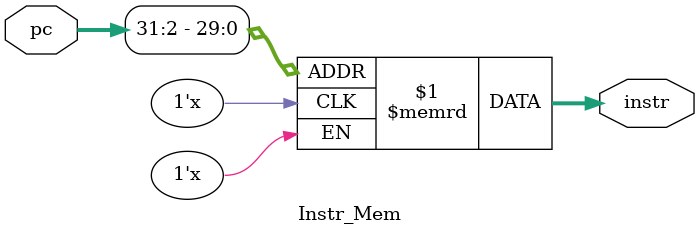
<source format=v>

module Instr_Mem #(parameter DEPTH = 1024) (
    input wire [31:0] pc,
    output wire [31:0] instr
);

reg [31:0] mem [0:DEPTH-1];

assign instr = mem[pc[31:2]];  // MIPS uses byte addressing, but instructions are word-aligned
                               // Each instruction is 4 bytes, so we need to divide PC by 4

endmodule

</source>
